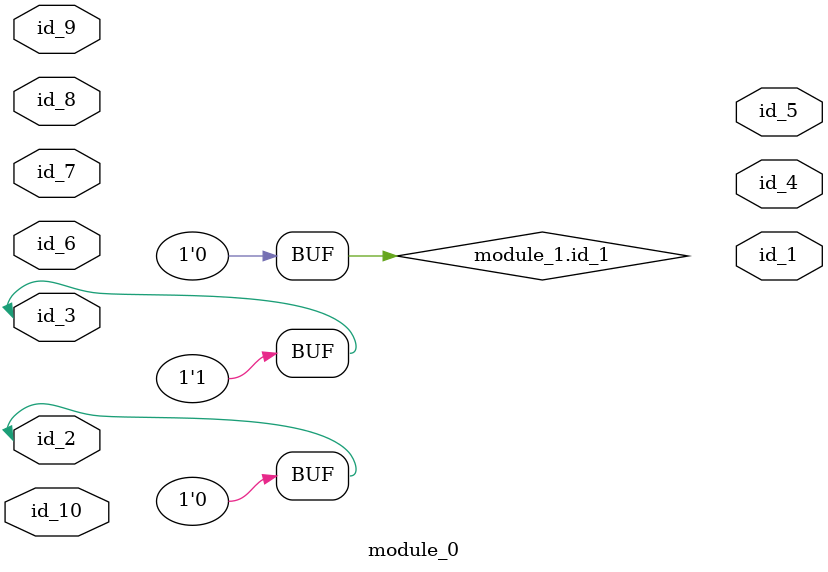
<source format=v>
module module_0 (
    id_1,
    id_2,
    id_3,
    id_4,
    id_5,
    id_6,
    id_7,
    id_8,
    id_9,
    id_10
);
  inout wire id_10;
  input wire id_9;
  input wire id_8;
  input wire id_7;
  inout wire id_6;
  output wire id_5;
  output wire id_4;
  inout wire id_3;
  inout wire id_2;
  output wire id_1;
  wire id_11;
  assign id_2 = 1'b0;
  assign module_1.id_1 = 0;
  assign id_3 = 1;
endmodule
module module_1;
  assign id_1 = id_1 - 1;
  wire id_2;
  module_0 modCall_1 (
      id_2,
      id_1,
      id_1,
      id_2,
      id_2,
      id_1,
      id_2,
      id_2,
      id_2,
      id_2
  );
endmodule

</source>
